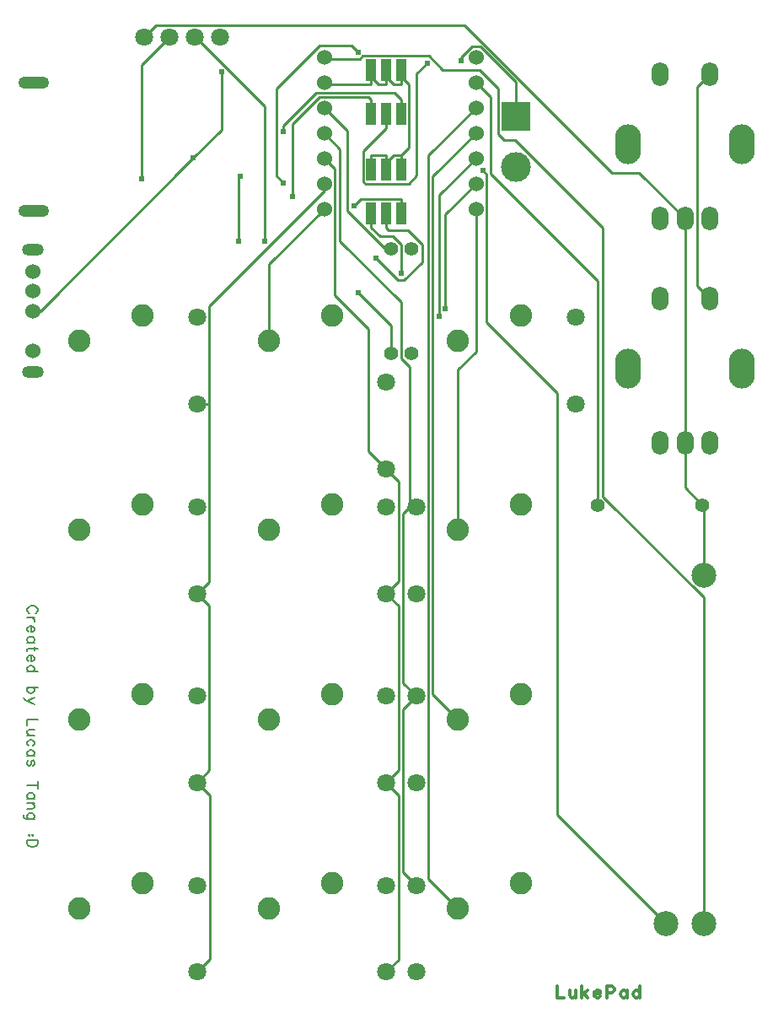
<source format=gtl>
G04 Layer: TopLayer*
G04 EasyEDA Pro v2.2.28.1, 2024-10-19 22:50:09*
G04 Gerber Generator version 0.3*
G04 Scale: 100 percent, Rotated: No, Reflected: No*
G04 Dimensions in millimeters*
G04 Leading zeros omitted, absolute positions, 3 integers and 5 decimals*
%FSLAX35Y35*%
%MOMM*%
%ADD10C,0.35001*%
%ADD11C,0.2*%
%ADD12C,2.25001*%
%ADD13O,1.7X2.4*%
%ADD14O,2.59999X3.99999*%
%ADD15C,2.99999*%
%ADD16R,2.99999X2.99999*%
%ADD17C,1.8029*%
%ADD18C,1.8*%
%ADD19R,1.0X2.26499*%
%ADD20C,2.49999*%
%ADD21C,1.524*%
%ADD22O,2.2X1.2*%
%ADD23C,1.4*%
%ADD24O,3.09999X1.2*%
%ADD25C,0.61001*%
%ADD26C,0.254*%
G75*


G04 Text Start*
G54D10*
G01X6967525Y-1229309D02*
G01X6967525Y-1344117D01*
G01X6967525Y-1344117D02*
G01X7033057Y-1344117D01*
G01X7094271Y-1267663D02*
G01X7094271Y-1322273D01*
G01X7099859Y-1338783D01*
G01X7110781Y-1344117D01*
G01X7127037Y-1344117D01*
G01X7137959Y-1338783D01*
G01X7154469Y-1322273D01*
G01X7154469Y-1267663D02*
G01X7154469Y-1344117D01*
G01X7215683Y-1229309D02*
G01X7215683Y-1344117D01*
G01X7270293Y-1267663D02*
G01X7215683Y-1322273D01*
G01X7237527Y-1300429D02*
G01X7275881Y-1344117D01*
G01X7337095Y-1300429D02*
G01X7402881Y-1300429D01*
G01X7402881Y-1289507D01*
G01X7397293Y-1278585D01*
G01X7391705Y-1272997D01*
G01X7380783Y-1267663D01*
G01X7364527Y-1267663D01*
G01X7353605Y-1272997D01*
G01X7342683Y-1284173D01*
G01X7337095Y-1300429D01*
G01X7337095Y-1311351D01*
G01X7342683Y-1327861D01*
G01X7353605Y-1338783D01*
G01X7364527Y-1344117D01*
G01X7380783Y-1344117D01*
G01X7391705Y-1338783D01*
G01X7402881Y-1327861D01*
G01X7464095Y-1229309D02*
G01X7464095Y-1344117D01*
G01X7464095Y-1229309D02*
G01X7513371Y-1229309D01*
G01X7529881Y-1234897D01*
G01X7535215Y-1240231D01*
G01X7540803Y-1251153D01*
G01X7540803Y-1267663D01*
G01X7535215Y-1278585D01*
G01X7529881Y-1284173D01*
G01X7513371Y-1289507D01*
G01X7464095Y-1289507D01*
G01X7667803Y-1267663D02*
G01X7667803Y-1344117D01*
G01X7667803Y-1284173D02*
G01X7656627Y-1272997D01*
G01X7645705Y-1267663D01*
G01X7629449Y-1267663D01*
G01X7618527Y-1272997D01*
G01X7607605Y-1284173D01*
G01X7602017Y-1300429D01*
G01X7602017Y-1311351D01*
G01X7607605Y-1327861D01*
G01X7618527Y-1338783D01*
G01X7629449Y-1344117D01*
G01X7645705Y-1344117D01*
G01X7656627Y-1338783D01*
G01X7667803Y-1327861D01*
G01X7794803Y-1229309D02*
G01X7794803Y-1344117D01*
G01X7794803Y-1284173D02*
G01X7783627Y-1272997D01*
G01X7772705Y-1267663D01*
G01X7756449Y-1267663D01*
G01X7745527Y-1272997D01*
G01X7734605Y-1284173D01*
G01X7729017Y-1300429D01*
G01X7729017Y-1311351D01*
G01X7734605Y-1327861D01*
G01X7745527Y-1338783D01*
G01X7756449Y-1344117D01*
G01X7772705Y-1344117D01*
G01X7783627Y-1338783D01*
G01X7794803Y-1327861D01*
G54D11*
G01X1724965Y2514905D02*
G01X1734871Y2519985D01*
G01X1745031Y2529891D01*
G01X1750111Y2540051D01*
G01X1750111Y2560117D01*
G01X1745031Y2570023D01*
G01X1734871Y2579929D01*
G01X1724965Y2585009D01*
G01X1709979Y2590089D01*
G01X1685087Y2590089D01*
G01X1670101Y2585009D01*
G01X1659941Y2579929D01*
G01X1650035Y2570023D01*
G01X1644955Y2560117D01*
G01X1644955Y2540051D01*
G01X1650035Y2529891D01*
G01X1659941Y2519985D01*
G01X1670101Y2514905D01*
G01X1715059Y2470963D02*
G01X1644955Y2470963D01*
G01X1685087Y2470963D02*
G01X1700073Y2465883D01*
G01X1709979Y2455977D01*
G01X1715059Y2445817D01*
G01X1715059Y2430831D01*
G01X1685087Y2386889D02*
G01X1685087Y2326945D01*
G01X1694993Y2326945D01*
G01X1704899Y2331771D01*
G01X1709979Y2336851D01*
G01X1715059Y2346757D01*
G01X1715059Y2361743D01*
G01X1709979Y2371903D01*
G01X1700073Y2381809D01*
G01X1685087Y2386889D01*
G01X1674927Y2386889D01*
G01X1659941Y2381809D01*
G01X1650035Y2371903D01*
G01X1644955Y2361743D01*
G01X1644955Y2346757D01*
G01X1650035Y2336851D01*
G01X1659941Y2326945D01*
G01X1715059Y2223059D02*
G01X1644955Y2223059D01*
G01X1700073Y2223059D02*
G01X1709979Y2232965D01*
G01X1715059Y2242871D01*
G01X1715059Y2257857D01*
G01X1709979Y2268017D01*
G01X1700073Y2277923D01*
G01X1685087Y2283003D01*
G01X1674927Y2283003D01*
G01X1659941Y2277923D01*
G01X1650035Y2268017D01*
G01X1644955Y2257857D01*
G01X1644955Y2242871D01*
G01X1650035Y2232965D01*
G01X1659941Y2223059D01*
G01X1750111Y2164131D02*
G01X1665021Y2164131D01*
G01X1650035Y2159051D01*
G01X1644955Y2149145D01*
G01X1644955Y2138985D01*
G01X1715059Y2179117D02*
G01X1715059Y2144065D01*
G01X1685087Y2095043D02*
G01X1685087Y2035099D01*
G01X1694993Y2035099D01*
G01X1704899Y2039925D01*
G01X1709979Y2045005D01*
G01X1715059Y2054911D01*
G01X1715059Y2069897D01*
G01X1709979Y2080057D01*
G01X1700073Y2089963D01*
G01X1685087Y2095043D01*
G01X1674927Y2095043D01*
G01X1659941Y2089963D01*
G01X1650035Y2080057D01*
G01X1644955Y2069897D01*
G01X1644955Y2054911D01*
G01X1650035Y2045005D01*
G01X1659941Y2035099D01*
G01X1750111Y1931213D02*
G01X1644955Y1931213D01*
G01X1700073Y1931213D02*
G01X1709979Y1941119D01*
G01X1715059Y1951025D01*
G01X1715059Y1966011D01*
G01X1709979Y1976171D01*
G01X1700073Y1986077D01*
G01X1685087Y1991157D01*
G01X1674927Y1991157D01*
G01X1659941Y1986077D01*
G01X1650035Y1976171D01*
G01X1644955Y1966011D01*
G01X1644955Y1951025D01*
G01X1650035Y1941119D01*
G01X1659941Y1931213D01*
G01X1750111Y1775257D02*
G01X1644955Y1775257D01*
G01X1700073Y1775257D02*
G01X1709979Y1765097D01*
G01X1715059Y1755191D01*
G01X1715059Y1740205D01*
G01X1709979Y1730299D01*
G01X1700073Y1720139D01*
G01X1685087Y1715313D01*
G01X1674927Y1715313D01*
G01X1659941Y1720139D01*
G01X1650035Y1730299D01*
G01X1644955Y1740205D01*
G01X1644955Y1755191D01*
G01X1650035Y1765097D01*
G01X1659941Y1775257D01*
G01X1715059Y1666291D02*
G01X1644955Y1636319D01*
G01X1715059Y1606347D02*
G01X1644955Y1636319D01*
G01X1624889Y1646225D01*
G01X1614983Y1656385D01*
G01X1609903Y1666291D01*
G01X1609903Y1671371D01*
G01X1750111Y1450391D02*
G01X1644955Y1450391D01*
G01X1644955Y1450391D02*
G01X1644955Y1390447D01*
G01X1715059Y1346505D02*
G01X1665021Y1346505D01*
G01X1650035Y1341425D01*
G01X1644955Y1331519D01*
G01X1644955Y1316533D01*
G01X1650035Y1306373D01*
G01X1665021Y1291387D01*
G01X1715059Y1291387D02*
G01X1644955Y1291387D01*
G01X1700073Y1187501D02*
G01X1709979Y1197407D01*
G01X1715059Y1207313D01*
G01X1715059Y1222299D01*
G01X1709979Y1232459D01*
G01X1700073Y1242365D01*
G01X1685087Y1247445D01*
G01X1674927Y1247445D01*
G01X1659941Y1242365D01*
G01X1650035Y1232459D01*
G01X1644955Y1222299D01*
G01X1644955Y1207313D01*
G01X1650035Y1197407D01*
G01X1659941Y1187501D01*
G01X1715059Y1083615D02*
G01X1644955Y1083615D01*
G01X1700073Y1083615D02*
G01X1709979Y1093521D01*
G01X1715059Y1103427D01*
G01X1715059Y1118413D01*
G01X1709979Y1128573D01*
G01X1700073Y1138479D01*
G01X1685087Y1143559D01*
G01X1674927Y1143559D01*
G01X1659941Y1138479D01*
G01X1650035Y1128573D01*
G01X1644955Y1118413D01*
G01X1644955Y1103427D01*
G01X1650035Y1093521D01*
G01X1659941Y1083615D01*
G01X1700073Y984555D02*
G01X1709979Y989635D01*
G01X1715059Y1004621D01*
G01X1715059Y1019607D01*
G01X1709979Y1034593D01*
G01X1700073Y1039673D01*
G01X1689913Y1034593D01*
G01X1685087Y1024687D01*
G01X1680007Y999541D01*
G01X1674927Y989635D01*
G01X1665021Y984555D01*
G01X1659941Y984555D01*
G01X1650035Y989635D01*
G01X1644955Y1004621D01*
G01X1644955Y1019607D01*
G01X1650035Y1034593D01*
G01X1659941Y1039673D01*
G01X1750111Y793547D02*
G01X1644955Y793547D01*
G01X1750111Y828599D02*
G01X1750111Y758495D01*
G01X1715059Y654609D02*
G01X1644955Y654609D01*
G01X1700073Y654609D02*
G01X1709979Y664515D01*
G01X1715059Y674421D01*
G01X1715059Y689407D01*
G01X1709979Y699567D01*
G01X1700073Y709473D01*
G01X1685087Y714553D01*
G01X1674927Y714553D01*
G01X1659941Y709473D01*
G01X1650035Y699567D01*
G01X1644955Y689407D01*
G01X1644955Y674421D01*
G01X1650035Y664515D01*
G01X1659941Y654609D01*
G01X1715059Y610667D02*
G01X1644955Y610667D01*
G01X1694993Y610667D02*
G01X1709979Y595681D01*
G01X1715059Y585521D01*
G01X1715059Y570535D01*
G01X1709979Y560629D01*
G01X1694993Y555549D01*
G01X1644955Y555549D01*
G01X1715059Y451663D02*
G01X1635049Y451663D01*
G01X1620063Y456489D01*
G01X1614983Y461569D01*
G01X1609903Y471475D01*
G01X1609903Y486461D01*
G01X1614983Y496621D01*
G01X1700073Y451663D02*
G01X1709979Y461569D01*
G01X1715059Y471475D01*
G01X1715059Y486461D01*
G01X1709979Y496621D01*
G01X1700073Y506527D01*
G01X1685087Y511607D01*
G01X1674927Y511607D01*
G01X1659941Y506527D01*
G01X1650035Y496621D01*
G01X1644955Y486461D01*
G01X1644955Y471475D01*
G01X1650035Y461569D01*
G01X1659941Y451663D01*
G01X1704899Y290627D02*
G01X1700073Y295707D01*
G01X1694993Y290627D01*
G01X1700073Y285547D01*
G01X1704899Y290627D01*
G01X1670101Y290627D02*
G01X1665021Y295707D01*
G01X1659941Y290627D01*
G01X1665021Y285547D01*
G01X1670101Y290627D01*
G01X1750111Y241605D02*
G01X1644955Y241605D01*
G01X1750111Y241605D02*
G01X1750111Y206553D01*
G01X1745031Y191567D01*
G01X1734871Y181661D01*
G01X1724965Y176581D01*
G01X1709979Y171501D01*
G01X1685087Y171501D01*
G01X1670101Y176581D01*
G01X1659941Y181661D01*
G01X1650035Y191567D01*
G01X1644955Y206553D01*
G01X1644955Y241605D01*
G04 Text End*

G04 Pad Start*
G54D12*
G01X2169008Y5253990D03*
G01X2804008Y5507990D03*
G01X4069004Y5253990D03*
G01X4704004Y5507990D03*
G01X5969000Y5253990D03*
G01X6604000Y5507990D03*
G01X5969000Y3353994D03*
G01X6604000Y3607994D03*
G01X4069004Y3353994D03*
G01X4704004Y3607994D03*
G01X2169008Y3353994D03*
G01X2804008Y3607994D03*
G01X2169008Y-445999D03*
G01X2804008Y-191999D03*
G01X4069004Y-445999D03*
G01X4704004Y-191999D03*
G01X5969000Y-445999D03*
G01X6604000Y-191999D03*
G01X5969000Y1453998D03*
G01X6604000Y1707998D03*
G01X4069004Y1453998D03*
G01X4704004Y1707998D03*
G01X2169008Y1453998D03*
G01X2804008Y1707998D03*
G54D13*
G01X7999984Y5674970D03*
G01X8500008Y5674970D03*
G01X7999984Y4224985D03*
G01X8249971Y4224985D03*
G01X8500008Y4224985D03*
G54D14*
G01X7679969Y4974971D03*
G01X8819998Y4974971D03*
G54D15*
G01X6550000Y6995998D03*
G54D16*
G01X6550000Y7503973D03*
G54D18*
G01X2818994Y8299983D03*
G01X3072994Y8299983D03*
G01X3326994Y8299983D03*
G01X3580994Y8299983D03*
G54D13*
G01X7999984Y7924965D03*
G01X8500008Y7924965D03*
G01X7999984Y6474981D03*
G01X8249971Y6474981D03*
G01X8500008Y6474981D03*
G54D14*
G01X7679969Y7224967D03*
G01X8819998Y7224967D03*
G54D19*
G01X5400015Y7970749D03*
G01X5250002Y7970749D03*
G01X5099990Y7970749D03*
G01X5099990Y7529246D03*
G01X5250002Y7529246D03*
G01X5400015Y7529246D03*
G01X5400015Y6970751D03*
G01X5250002Y6970751D03*
G01X5099990Y6970751D03*
G01X5099990Y6529248D03*
G01X5250002Y6529248D03*
G01X5400015Y6529248D03*
G54D20*
G01X8437499Y-600024D03*
G01X8062493Y-600024D03*
G01X8437499Y2899994D03*
G54D21*
G01X6150026Y8099958D03*
G01X6150026Y7845958D03*
G01X6150026Y7591958D03*
G01X6150026Y7337958D03*
G01X6150026Y7083958D03*
G01X6150026Y6829958D03*
G01X6150026Y6575958D03*
G01X4626026Y6575958D03*
G01X4626026Y6829958D03*
G01X4626026Y7083958D03*
G01X4626026Y7337958D03*
G01X4626026Y7591958D03*
G01X4626026Y7845958D03*
G01X4626026Y8099958D03*
G01X1699997Y5149977D03*
G01X1699997Y5549976D03*
G01X1699997Y5749976D03*
G01X1699997Y5949975D03*
G54D22*
G01X1699997Y6164986D03*
G01X1699997Y4934991D03*
G54D23*
G01X5499989Y6174969D03*
G01X5499989Y5124983D03*
G01X5299989Y6174969D03*
G01X5299989Y5124983D03*
G54D18*
G01X3350006Y5484978D03*
G01X3350006Y4614977D03*
G01X5250002Y4834979D03*
G01X5250002Y3964978D03*
G01X7149998Y5484978D03*
G01X7149998Y4614977D03*
G01X5250002Y3584981D03*
G01X5250002Y2714981D03*
G01X5549976Y2715006D03*
G01X5549976Y3585007D03*
G01X3350006Y3584981D03*
G01X3350006Y2714981D03*
G01X5250002Y1684985D03*
G01X5250002Y814984D03*
G01X5549976Y815010D03*
G01X5549976Y1685011D03*
G01X3350006Y1684985D03*
G01X3350006Y814984D03*
G01X5250002Y-215011D03*
G01X5250002Y-1085012D03*
G01X5549976Y-1084986D03*
G01X5549976Y-214986D03*
G01X3350006Y-215011D03*
G01X3350006Y-1085012D03*
G54D24*
G01X1710512Y7844993D03*
G01X1710512Y6554978D03*
G54D23*
G01X7375004Y3599993D03*
G01X8424990Y3599993D03*
G04 Pad End*

G04 Via Start*
G54D25*
G01X5999389Y8064497D03*
G01X3596447Y7955531D03*
G01X3313491Y7085327D03*
G01X4969901Y5733870D03*
G01X4030406Y6247305D03*
G01X5845109Y5575120D03*
G01X5781863Y5493992D03*
G01X2790378Y6877378D03*
G01X3787633Y6902676D03*
G01X3769243Y6247635D03*
G01X6219581Y6961756D03*
G01X4929439Y6605979D03*
G01X5147473Y6078675D03*
G01X5399999Y5927646D03*
G01X4218442Y7351316D03*
G01X4969190Y8148927D03*
G01X5664845Y8040672D03*
G01X4218442Y6835823D03*
G01X4305818Y6701000D03*
G04 Via End*

G04 Track Start*
G54D26*
G01X3350016Y-1085014D02*
G01X3478566Y-956465D01*
G01X3478566Y686432D01*
G01X3350016Y814982D01*
G01X3473130Y938096D01*
G01X3473130Y2591864D01*
G01X3350016Y2714978D01*
G01X3468101Y4614974D02*
G01X3350016Y4614974D01*
G01X3350016Y2714978D02*
G01X3468101Y2833063D01*
G01X3468101Y4614974D01*
G01X3468101Y5602145D01*
G01X4626036Y6760080D01*
G01X4626036Y6829956D01*
G01X5250012Y-1085014D02*
G01X5373761Y-961266D01*
G01X5373761Y691233D01*
G01X5250012Y814982D01*
G01X5373583Y938553D01*
G01X5373583Y2591407D01*
G01X5250012Y2714978D01*
G01X5250012Y3964988D02*
G01X5376962Y3838039D01*
G01X5376962Y2841927D01*
G01X5250012Y2714978D01*
G01X4626036Y7083956D02*
G01X4730303Y6979689D01*
G01X4730303Y5712711D01*
G01X5074270Y5368745D01*
G01X5074270Y4140731D01*
G01X5250012Y3964988D01*
G01X8424987Y3599990D02*
G01X8437509Y3587468D01*
G01X8437509Y2899992D01*
G01X5250012Y6970748D02*
G01X5250012Y7041335D01*
G01X5250012Y7111896D01*
G01X5250012Y7041335D02*
G01X5320574Y7111896D01*
G01X5400025Y7111896D01*
G01X5400025Y6970748D02*
G01X5400025Y7111896D01*
G01X5100000Y6970748D02*
G01X5100000Y7111896D01*
G01X4626036Y7845956D02*
G01X4642419Y7829573D01*
G01X5100000Y7829573D01*
G01X5100000Y7970746D02*
G01X5100000Y7900159D01*
G01X5100000Y7829573D01*
G01X5100000Y7900159D02*
G01X5170587Y7829573D01*
G01X5250012Y7829573D01*
G01X5250012Y7970746D02*
G01X5250012Y7900159D01*
G01X5250012Y7829573D01*
G01X5250012Y7900159D02*
G01X5320599Y7829573D01*
G01X5400025Y7829573D01*
G01X5400025Y7970746D02*
G01X5400025Y7900159D01*
G01X5400025Y7829573D01*
G01X8249981Y4224983D02*
G01X8249981Y3774996D01*
G01X8424987Y3599990D01*
G01X5100000Y7111896D02*
G01X5250012Y7111896D01*
G01X5400025Y7900159D02*
G01X5478231Y7821953D01*
G01X5478231Y7190102D01*
G01X5400025Y7111896D01*
G01X8249981Y6474940D02*
G01X7787091Y6937830D01*
G01X7517826Y6937830D01*
G01X6036295Y8419361D01*
G01X2938384Y8419361D01*
G01X2819004Y8299981D01*
G01X8249981Y6474940D02*
G01X8249981Y4224983D01*
G01X5100000Y7670391D02*
G01X5071120Y7699271D01*
G01X4580799Y7699271D01*
G01X4305818Y7424290D01*
G01X4305818Y6701000D01*
G01X5100000Y7529243D02*
G01X5100000Y7670391D01*
G01X5250012Y7388070D02*
G01X5021895Y7159953D01*
G01X5021895Y6845882D01*
G01X5040894Y6826882D01*
G01X5473990Y6826882D01*
G01X5556032Y6908924D01*
G01X5556032Y7931859D01*
G01X5664845Y8040672D01*
G01X4218442Y6835823D02*
G01X4145239Y6909026D01*
G01X4145239Y7784335D01*
G01X4576557Y8215653D01*
G01X4902464Y8215653D01*
G01X4969190Y8148927D01*
G01X5250012Y7529243D02*
G01X5250012Y7388070D01*
G01X4218442Y7351316D02*
G01X4218442Y7414283D01*
G01X4544223Y7740063D01*
G01X5330353Y7740063D01*
G01X5400025Y7670391D01*
G01X5400025Y7529243D02*
G01X5400025Y7670391D01*
G01X5100000Y6529245D02*
G01X5100000Y6388072D01*
G01X5399999Y5927646D02*
G01X5399999Y6216673D01*
G01X5319304Y6297369D01*
G01X5190703Y6297369D01*
G01X5100000Y6388072D01*
G01X5250012Y6529245D02*
G01X5250012Y6388072D01*
G01X5147473Y6078675D02*
G01X5368199Y5857949D01*
G01X5426111Y5857949D01*
G01X5609346Y6041184D01*
G01X5609346Y6217308D01*
G01X5465455Y6361199D01*
G01X5276886Y6361199D01*
G01X5250012Y6388072D01*
G01X5400025Y6529245D02*
G01X5400025Y6670393D01*
G01X4929439Y6605979D02*
G01X4994031Y6670571D01*
G01X5399847Y6670571D01*
G01X6219581Y6961756D02*
G01X6258799Y6922539D01*
G01X6258799Y5439153D01*
G01X6971193Y4726760D01*
G01X6971193Y491284D01*
G01X8062504Y-600027D01*
G01X3769243Y6247635D02*
G01X3769243Y6884286D01*
G01X3787633Y6902676D01*
G01X4626036Y6575956D02*
G01X4069014Y6018934D01*
G01X4069014Y5253987D01*
G01X6150036Y6575956D02*
G01X6150036Y5140907D01*
G01X5969010Y4959881D01*
G01X5969010Y3353991D01*
G01X6150036Y7591956D02*
G01X5675462Y7117382D01*
G01X5675462Y-152453D01*
G01X5969010Y-446001D01*
G01X6150036Y7337956D02*
G01X5716483Y6904403D01*
G01X5716483Y1706522D01*
G01X5969010Y1453995D01*
G01X4626036Y8099956D02*
G01X4643740Y8082252D01*
G01X4985370Y8082252D01*
G01X5015189Y8112072D01*
G01X5676275Y8112072D01*
G01X5815391Y7972956D01*
G01X6186053Y7972956D01*
G01X6371905Y7787104D01*
G01X6371905Y7329193D01*
G01X6436700Y7264397D01*
G01X6544752Y7264397D01*
G01X7425497Y6383652D01*
G01X7425497Y3688230D01*
G01X8437509Y2676218D01*
G01X8437509Y-600027D01*
G01X2790378Y6877378D02*
G01X2790378Y8017355D01*
G01X3073004Y8299981D01*
G01X6150036Y7083956D02*
G01X5781863Y6715783D01*
G01X5781863Y5493992D01*
G01X5549986Y-214988D02*
G01X5418745Y-83746D01*
G01X5418745Y1553766D01*
G01X5549986Y1685008D01*
G01X5483870Y3585004D02*
G01X5549986Y3585004D01*
G01X5549986Y1685008D02*
G01X5417754Y1817240D01*
G01X5417754Y3518888D01*
G01X5483870Y3585004D01*
G01X4626036Y7337956D02*
G01X4786361Y7177631D01*
G01X4786361Y6251014D01*
G01X5399999Y5637375D01*
G01X5399999Y5069482D01*
G01X5483870Y4985611D01*
G01X5483870Y3585004D01*
G01X7375002Y3599990D02*
G01X7375002Y5855383D01*
G01X6299744Y6930641D01*
G01X6299744Y7696248D01*
G01X6150036Y7845956D01*
G01X5845109Y5575120D02*
G01X5845109Y6525029D01*
G01X6150036Y6829956D01*
G01X4969901Y5733870D02*
G01X5300000Y5403771D01*
G01X5300000Y5124981D01*
G01X4030406Y6247305D02*
G01X4030406Y7604427D01*
G01X3334852Y8299981D01*
G01X3327004Y8299981D01*
G01X1700007Y5549974D02*
G01X1778137Y5549974D01*
G01X3313491Y7085327D01*
G01X3596447Y7368283D01*
G01X3596447Y7955531D01*
G01X5999389Y8064497D02*
G01X5999389Y8096781D01*
G01X6107720Y8205112D01*
G01X6192860Y8205112D01*
G01X6550010Y7847962D01*
G01X6550010Y7503970D01*
G01X8500044Y7924975D02*
G01X8375051Y7799982D01*
G01X8375051Y5799935D01*
G01X8500019Y5674967D01*
G01X4626036Y7591956D02*
G01X4860351Y7357641D01*
G01X4860351Y6551242D01*
G01X5236627Y6174966D01*
G01X5300000Y6174966D01*
G04 Track End*

M02*


</source>
